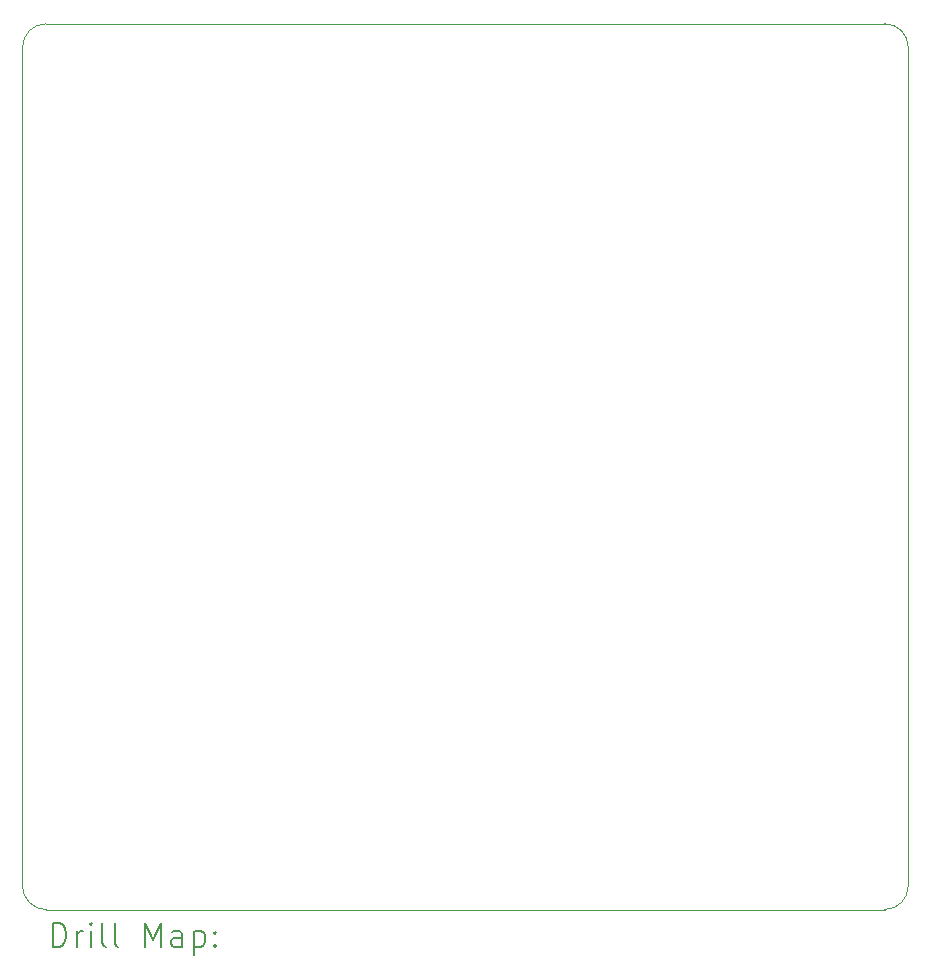
<source format=gbr>
%TF.GenerationSoftware,KiCad,Pcbnew,8.0.3*%
%TF.CreationDate,2024-09-23T16:56:14+02:00*%
%TF.ProjectId,USAN_r0,5553414e-5f72-4302-9e6b-696361645f70,rev?*%
%TF.SameCoordinates,Original*%
%TF.FileFunction,Drillmap*%
%TF.FilePolarity,Positive*%
%FSLAX45Y45*%
G04 Gerber Fmt 4.5, Leading zero omitted, Abs format (unit mm)*
G04 Created by KiCad (PCBNEW 8.0.3) date 2024-09-23 16:56:14*
%MOMM*%
%LPD*%
G01*
G04 APERTURE LIST*
%ADD10C,0.050000*%
%ADD11C,0.200000*%
G04 APERTURE END LIST*
D10*
X5000000Y-12300000D02*
X5000000Y-5200000D01*
X5000000Y-5200000D02*
G75*
G02*
X5200000Y-5000000I200000J0D01*
G01*
X5200000Y-5000000D02*
X12300000Y-5000000D01*
X5200000Y-12500000D02*
G75*
G02*
X5000000Y-12300000I0J200000D01*
G01*
X12500000Y-12300000D02*
G75*
G02*
X12300000Y-12500000I-200000J0D01*
G01*
X12300000Y-5000000D02*
G75*
G02*
X12500000Y-5200000I0J-200000D01*
G01*
X12300000Y-12500000D02*
X5200000Y-12500000D01*
X12500000Y-5200000D02*
X12500000Y-12300000D01*
D11*
X5258277Y-12813984D02*
X5258277Y-12613984D01*
X5258277Y-12613984D02*
X5305896Y-12613984D01*
X5305896Y-12613984D02*
X5334467Y-12623508D01*
X5334467Y-12623508D02*
X5353515Y-12642555D01*
X5353515Y-12642555D02*
X5363039Y-12661603D01*
X5363039Y-12661603D02*
X5372563Y-12699698D01*
X5372563Y-12699698D02*
X5372563Y-12728269D01*
X5372563Y-12728269D02*
X5363039Y-12766365D01*
X5363039Y-12766365D02*
X5353515Y-12785412D01*
X5353515Y-12785412D02*
X5334467Y-12804460D01*
X5334467Y-12804460D02*
X5305896Y-12813984D01*
X5305896Y-12813984D02*
X5258277Y-12813984D01*
X5458277Y-12813984D02*
X5458277Y-12680650D01*
X5458277Y-12718746D02*
X5467801Y-12699698D01*
X5467801Y-12699698D02*
X5477324Y-12690174D01*
X5477324Y-12690174D02*
X5496372Y-12680650D01*
X5496372Y-12680650D02*
X5515420Y-12680650D01*
X5582086Y-12813984D02*
X5582086Y-12680650D01*
X5582086Y-12613984D02*
X5572563Y-12623508D01*
X5572563Y-12623508D02*
X5582086Y-12633031D01*
X5582086Y-12633031D02*
X5591610Y-12623508D01*
X5591610Y-12623508D02*
X5582086Y-12613984D01*
X5582086Y-12613984D02*
X5582086Y-12633031D01*
X5705896Y-12813984D02*
X5686848Y-12804460D01*
X5686848Y-12804460D02*
X5677324Y-12785412D01*
X5677324Y-12785412D02*
X5677324Y-12613984D01*
X5810658Y-12813984D02*
X5791610Y-12804460D01*
X5791610Y-12804460D02*
X5782086Y-12785412D01*
X5782086Y-12785412D02*
X5782086Y-12613984D01*
X6039229Y-12813984D02*
X6039229Y-12613984D01*
X6039229Y-12613984D02*
X6105896Y-12756841D01*
X6105896Y-12756841D02*
X6172562Y-12613984D01*
X6172562Y-12613984D02*
X6172562Y-12813984D01*
X6353515Y-12813984D02*
X6353515Y-12709222D01*
X6353515Y-12709222D02*
X6343991Y-12690174D01*
X6343991Y-12690174D02*
X6324943Y-12680650D01*
X6324943Y-12680650D02*
X6286848Y-12680650D01*
X6286848Y-12680650D02*
X6267801Y-12690174D01*
X6353515Y-12804460D02*
X6334467Y-12813984D01*
X6334467Y-12813984D02*
X6286848Y-12813984D01*
X6286848Y-12813984D02*
X6267801Y-12804460D01*
X6267801Y-12804460D02*
X6258277Y-12785412D01*
X6258277Y-12785412D02*
X6258277Y-12766365D01*
X6258277Y-12766365D02*
X6267801Y-12747317D01*
X6267801Y-12747317D02*
X6286848Y-12737793D01*
X6286848Y-12737793D02*
X6334467Y-12737793D01*
X6334467Y-12737793D02*
X6353515Y-12728269D01*
X6448753Y-12680650D02*
X6448753Y-12880650D01*
X6448753Y-12690174D02*
X6467801Y-12680650D01*
X6467801Y-12680650D02*
X6505896Y-12680650D01*
X6505896Y-12680650D02*
X6524943Y-12690174D01*
X6524943Y-12690174D02*
X6534467Y-12699698D01*
X6534467Y-12699698D02*
X6543991Y-12718746D01*
X6543991Y-12718746D02*
X6543991Y-12775888D01*
X6543991Y-12775888D02*
X6534467Y-12794936D01*
X6534467Y-12794936D02*
X6524943Y-12804460D01*
X6524943Y-12804460D02*
X6505896Y-12813984D01*
X6505896Y-12813984D02*
X6467801Y-12813984D01*
X6467801Y-12813984D02*
X6448753Y-12804460D01*
X6629705Y-12794936D02*
X6639229Y-12804460D01*
X6639229Y-12804460D02*
X6629705Y-12813984D01*
X6629705Y-12813984D02*
X6620182Y-12804460D01*
X6620182Y-12804460D02*
X6629705Y-12794936D01*
X6629705Y-12794936D02*
X6629705Y-12813984D01*
X6629705Y-12690174D02*
X6639229Y-12699698D01*
X6639229Y-12699698D02*
X6629705Y-12709222D01*
X6629705Y-12709222D02*
X6620182Y-12699698D01*
X6620182Y-12699698D02*
X6629705Y-12690174D01*
X6629705Y-12690174D02*
X6629705Y-12709222D01*
M02*

</source>
